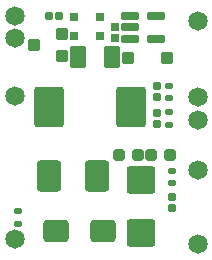
<source format=gts>
G04*
G04 #@! TF.GenerationSoftware,Altium Limited,Altium Designer,22.9.1 (49)*
G04*
G04 Layer_Color=8388736*
%FSLAX25Y25*%
%MOIN*%
G70*
G04*
G04 #@! TF.SameCoordinates,54072B3C-91D6-4D2C-9FA6-DB57A1534E62*
G04*
G04*
G04 #@! TF.FilePolarity,Negative*
G04*
G01*
G75*
G04:AMPARAMS|DCode=35|XSize=80.32mil|YSize=103.94mil|CornerRadius=10.24mil|HoleSize=0mil|Usage=FLASHONLY|Rotation=0.000|XOffset=0mil|YOffset=0mil|HoleType=Round|Shape=RoundedRectangle|*
%AMROUNDEDRECTD35*
21,1,0.08032,0.08346,0,0,0.0*
21,1,0.05984,0.10394,0,0,0.0*
1,1,0.02047,0.02992,-0.04173*
1,1,0.02047,-0.02992,-0.04173*
1,1,0.02047,-0.02992,0.04173*
1,1,0.02047,0.02992,0.04173*
%
%ADD35ROUNDEDRECTD35*%
G04:AMPARAMS|DCode=36|XSize=92.13mil|YSize=96.06mil|CornerRadius=11.42mil|HoleSize=0mil|Usage=FLASHONLY|Rotation=270.000|XOffset=0mil|YOffset=0mil|HoleType=Round|Shape=RoundedRectangle|*
%AMROUNDEDRECTD36*
21,1,0.09213,0.07323,0,0,270.0*
21,1,0.06929,0.09606,0,0,270.0*
1,1,0.02284,-0.03661,-0.03465*
1,1,0.02284,-0.03661,0.03465*
1,1,0.02284,0.03661,0.03465*
1,1,0.02284,0.03661,-0.03465*
%
%ADD36ROUNDEDRECTD36*%
G04:AMPARAMS|DCode=37|XSize=84.25mil|YSize=72.44mil|CornerRadius=9.45mil|HoleSize=0mil|Usage=FLASHONLY|Rotation=180.000|XOffset=0mil|YOffset=0mil|HoleType=Round|Shape=RoundedRectangle|*
%AMROUNDEDRECTD37*
21,1,0.08425,0.05354,0,0,180.0*
21,1,0.06535,0.07244,0,0,180.0*
1,1,0.01890,-0.03268,0.02677*
1,1,0.01890,0.03268,0.02677*
1,1,0.01890,0.03268,-0.02677*
1,1,0.01890,-0.03268,-0.02677*
%
%ADD37ROUNDEDRECTD37*%
G04:AMPARAMS|DCode=38|XSize=40.95mil|YSize=42.91mil|CornerRadius=6.3mil|HoleSize=0mil|Usage=FLASHONLY|Rotation=90.000|XOffset=0mil|YOffset=0mil|HoleType=Round|Shape=RoundedRectangle|*
%AMROUNDEDRECTD38*
21,1,0.04095,0.03032,0,0,90.0*
21,1,0.02835,0.04291,0,0,90.0*
1,1,0.01260,0.01516,0.01417*
1,1,0.01260,0.01516,-0.01417*
1,1,0.01260,-0.01516,-0.01417*
1,1,0.01260,-0.01516,0.01417*
%
%ADD38ROUNDEDRECTD38*%
G04:AMPARAMS|DCode=39|XSize=40.95mil|YSize=42.91mil|CornerRadius=6.3mil|HoleSize=0mil|Usage=FLASHONLY|Rotation=90.000|XOffset=0mil|YOffset=0mil|HoleType=Round|Shape=RoundedRectangle|*
%AMROUNDEDRECTD39*
21,1,0.04095,0.03032,0,0,90.0*
21,1,0.02835,0.04291,0,0,90.0*
1,1,0.01260,0.01516,0.01417*
1,1,0.01260,0.01516,-0.01417*
1,1,0.01260,-0.01516,-0.01417*
1,1,0.01260,-0.01516,0.01417*
%
%ADD39ROUNDEDRECTD39*%
G04:AMPARAMS|DCode=40|XSize=27.17mil|YSize=62.6mil|CornerRadius=4.92mil|HoleSize=0mil|Usage=FLASHONLY|Rotation=270.000|XOffset=0mil|YOffset=0mil|HoleType=Round|Shape=RoundedRectangle|*
%AMROUNDEDRECTD40*
21,1,0.02717,0.05276,0,0,270.0*
21,1,0.01732,0.06260,0,0,270.0*
1,1,0.00984,-0.02638,-0.00866*
1,1,0.00984,-0.02638,0.00866*
1,1,0.00984,0.02638,0.00866*
1,1,0.00984,0.02638,-0.00866*
%
%ADD40ROUNDEDRECTD40*%
G04:AMPARAMS|DCode=41|XSize=27.17mil|YSize=62.6mil|CornerRadius=4.92mil|HoleSize=0mil|Usage=FLASHONLY|Rotation=270.000|XOffset=0mil|YOffset=0mil|HoleType=Round|Shape=RoundedRectangle|*
%AMROUNDEDRECTD41*
21,1,0.02717,0.05276,0,0,270.0*
21,1,0.01732,0.06260,0,0,270.0*
1,1,0.00984,-0.02638,-0.00866*
1,1,0.00984,-0.02638,0.00866*
1,1,0.00984,0.02638,0.00866*
1,1,0.00984,0.02638,-0.00866*
%
%ADD41ROUNDEDRECTD41*%
G04:AMPARAMS|DCode=42|XSize=41.34mil|YSize=38.98mil|CornerRadius=6.1mil|HoleSize=0mil|Usage=FLASHONLY|Rotation=0.000|XOffset=0mil|YOffset=0mil|HoleType=Round|Shape=RoundedRectangle|*
%AMROUNDEDRECTD42*
21,1,0.04134,0.02677,0,0,0.0*
21,1,0.02913,0.03898,0,0,0.0*
1,1,0.01221,0.01457,-0.01339*
1,1,0.01221,-0.01457,-0.01339*
1,1,0.01221,-0.01457,0.01339*
1,1,0.01221,0.01457,0.01339*
%
%ADD42ROUNDEDRECTD42*%
G04:AMPARAMS|DCode=43|XSize=100mil|YSize=135.43mil|CornerRadius=12.21mil|HoleSize=0mil|Usage=FLASHONLY|Rotation=0.000|XOffset=0mil|YOffset=0mil|HoleType=Round|Shape=RoundedRectangle|*
%AMROUNDEDRECTD43*
21,1,0.10000,0.11102,0,0,0.0*
21,1,0.07559,0.13543,0,0,0.0*
1,1,0.02441,0.03780,-0.05551*
1,1,0.02441,-0.03780,-0.05551*
1,1,0.02441,-0.03780,0.05551*
1,1,0.02441,0.03780,0.05551*
%
%ADD43ROUNDEDRECTD43*%
G04:AMPARAMS|DCode=44|XSize=76.38mil|YSize=50.79mil|CornerRadius=7.28mil|HoleSize=0mil|Usage=FLASHONLY|Rotation=90.000|XOffset=0mil|YOffset=0mil|HoleType=Round|Shape=RoundedRectangle|*
%AMROUNDEDRECTD44*
21,1,0.07638,0.03622,0,0,90.0*
21,1,0.06181,0.05079,0,0,90.0*
1,1,0.01457,0.01811,0.03091*
1,1,0.01457,0.01811,-0.03091*
1,1,0.01457,-0.01811,-0.03091*
1,1,0.01457,-0.01811,0.03091*
%
%ADD44ROUNDEDRECTD44*%
G04:AMPARAMS|DCode=45|XSize=38.98mil|YSize=38.98mil|CornerRadius=6.1mil|HoleSize=0mil|Usage=FLASHONLY|Rotation=0.000|XOffset=0mil|YOffset=0mil|HoleType=Round|Shape=RoundedRectangle|*
%AMROUNDEDRECTD45*
21,1,0.03898,0.02677,0,0,0.0*
21,1,0.02677,0.03898,0,0,0.0*
1,1,0.01221,0.01339,-0.01339*
1,1,0.01221,-0.01339,-0.01339*
1,1,0.01221,-0.01339,0.01339*
1,1,0.01221,0.01339,0.01339*
%
%ADD45ROUNDEDRECTD45*%
G04:AMPARAMS|DCode=46|XSize=21.26mil|YSize=25.2mil|CornerRadius=4.33mil|HoleSize=0mil|Usage=FLASHONLY|Rotation=270.000|XOffset=0mil|YOffset=0mil|HoleType=Round|Shape=RoundedRectangle|*
%AMROUNDEDRECTD46*
21,1,0.02126,0.01654,0,0,270.0*
21,1,0.01260,0.02520,0,0,270.0*
1,1,0.00866,-0.00827,-0.00630*
1,1,0.00866,-0.00827,0.00630*
1,1,0.00866,0.00827,0.00630*
1,1,0.00866,0.00827,-0.00630*
%
%ADD46ROUNDEDRECTD46*%
G04:AMPARAMS|DCode=47|XSize=29.13mil|YSize=29.13mil|CornerRadius=5.12mil|HoleSize=0mil|Usage=FLASHONLY|Rotation=90.000|XOffset=0mil|YOffset=0mil|HoleType=Round|Shape=RoundedRectangle|*
%AMROUNDEDRECTD47*
21,1,0.02913,0.01890,0,0,90.0*
21,1,0.01890,0.02913,0,0,90.0*
1,1,0.01024,0.00945,0.00945*
1,1,0.01024,0.00945,-0.00945*
1,1,0.01024,-0.00945,-0.00945*
1,1,0.01024,-0.00945,0.00945*
%
%ADD47ROUNDEDRECTD47*%
G04:AMPARAMS|DCode=48|XSize=25.2mil|YSize=29.13mil|CornerRadius=4.72mil|HoleSize=0mil|Usage=FLASHONLY|Rotation=0.000|XOffset=0mil|YOffset=0mil|HoleType=Round|Shape=RoundedRectangle|*
%AMROUNDEDRECTD48*
21,1,0.02520,0.01968,0,0,0.0*
21,1,0.01575,0.02913,0,0,0.0*
1,1,0.00945,0.00787,-0.00984*
1,1,0.00945,-0.00787,-0.00984*
1,1,0.00945,-0.00787,0.00984*
1,1,0.00945,0.00787,0.00984*
%
%ADD48ROUNDEDRECTD48*%
G04:AMPARAMS|DCode=49|XSize=25.2mil|YSize=29.13mil|CornerRadius=4.72mil|HoleSize=0mil|Usage=FLASHONLY|Rotation=270.000|XOffset=0mil|YOffset=0mil|HoleType=Round|Shape=RoundedRectangle|*
%AMROUNDEDRECTD49*
21,1,0.02520,0.01968,0,0,270.0*
21,1,0.01575,0.02913,0,0,270.0*
1,1,0.00945,-0.00984,-0.00787*
1,1,0.00945,-0.00984,0.00787*
1,1,0.00945,0.00984,0.00787*
1,1,0.00945,0.00984,-0.00787*
%
%ADD49ROUNDEDRECTD49*%
%ADD50C,0.06457*%
D35*
X14370Y25591D02*
D03*
X30512D02*
D03*
D36*
X45079Y24367D02*
D03*
Y6650D02*
D03*
D37*
X16535Y7480D02*
D03*
X32283D02*
D03*
D38*
X18596Y65518D02*
D03*
X9344Y69258D02*
D03*
D39*
X18596Y72998D02*
D03*
D40*
X49895Y78937D02*
D03*
Y71457D02*
D03*
X41431D02*
D03*
Y75197D02*
D03*
D41*
X41431Y78937D02*
D03*
D42*
X40755Y64936D02*
D03*
X53747D02*
D03*
D43*
X41752Y48819D02*
D03*
X14390D02*
D03*
D44*
X24043Y65224D02*
D03*
X35461D02*
D03*
D45*
X48425Y32677D02*
D03*
X54646D02*
D03*
X37835D02*
D03*
X44055D02*
D03*
D46*
X3969Y13922D02*
D03*
Y9788D02*
D03*
X54524Y55796D02*
D03*
Y51662D02*
D03*
Y42815D02*
D03*
Y46949D02*
D03*
X55416Y23166D02*
D03*
Y27300D02*
D03*
D47*
X36313Y75444D02*
D03*
Y71507D02*
D03*
X31299Y72409D02*
D03*
X22638D02*
D03*
X31299Y78806D02*
D03*
X22638D02*
D03*
D48*
X17809Y78937D02*
D03*
X14265D02*
D03*
D49*
X50266Y52055D02*
D03*
Y55599D02*
D03*
Y43012D02*
D03*
Y46555D02*
D03*
X55416Y18543D02*
D03*
Y14999D02*
D03*
D50*
X2953Y71653D02*
D03*
Y78937D02*
D03*
Y4724D02*
D03*
Y52165D02*
D03*
X63976Y51968D02*
D03*
Y77165D02*
D03*
Y27559D02*
D03*
Y44488D02*
D03*
Y2953D02*
D03*
M02*

</source>
